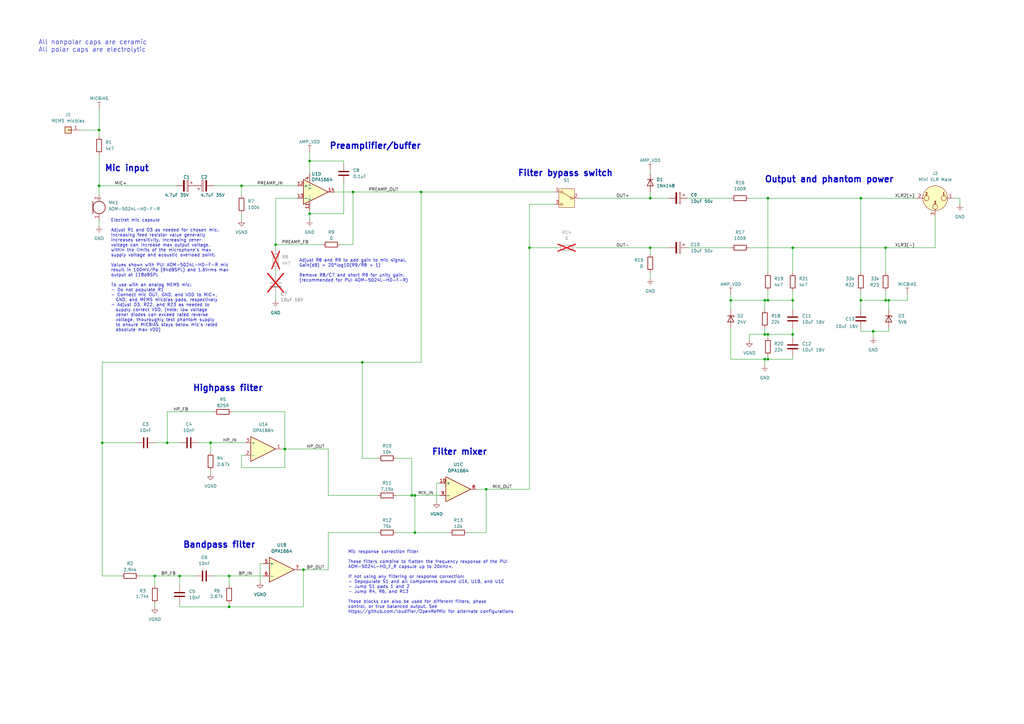
<source format=kicad_sch>
(kicad_sch (version 20250114) (generator "eeschema") (generator_version "9.0")
  (paper "A3")
  (title_block (title "OpenRefMic") (date "3 JAN 2026") (rev "2.0") (company "Loudifier - MIT license - https://github.com/loudifier/OpenRefMic"))
  (lib_symbols
    (symbol "Amplifier_Operational:TL074" (pin_names (offset 0.127))
      (property "Reference" "U" (at 0 5.08 0))
      (property "Value" "TL074" (at 0 -5.08 0))
      (symbol "TL074_1_1"
        (polyline (pts (xy -5.08 5.08) (xy 5.08 0) (xy -5.08 -5.08) (xy -5.08 5.08)) (stroke (width 0.254)) (fill (type background)))
        (pin input line (at -7.62 2.54 0) (length 2.54) (name "+") (number "3"))
        (pin input line (at -7.62 -2.54 0) (length 2.54) (name "-") (number "2"))
        (pin output line (at 7.62 0 180) (length 2.54) (name "~") (number "1"))
      )
      (symbol "TL074_2_1"
        (polyline (pts (xy -5.08 5.08) (xy 5.08 0) (xy -5.08 -5.08) (xy -5.08 5.08)) (stroke (width 0.254)) (fill (type background)))
        (pin input line (at -7.62 2.54 0) (length 2.54) (name "+") (number "5"))
        (pin input line (at -7.62 -2.54 0) (length 2.54) (name "-") (number "6"))
        (pin output line (at 7.62 0 180) (length 2.54) (name "~") (number "7"))
      )
      (symbol "TL074_3_1"
        (polyline (pts (xy -5.08 5.08) (xy 5.08 0) (xy -5.08 -5.08) (xy -5.08 5.08)) (stroke (width 0.254)) (fill (type background)))
        (pin input line (at -7.62 2.54 0) (length 2.54) (name "+") (number "10"))
        (pin input line (at -7.62 -2.54 0) (length 2.54) (name "-") (number "9"))
        (pin output line (at 7.62 0 180) (length 2.54) (name "~") (number "8"))
      )
      (symbol "TL074_4_1"
        (polyline (pts (xy -5.08 5.08) (xy 5.08 0) (xy -5.08 -5.08) (xy -5.08 5.08)) (stroke (width 0.254)) (fill (type background)))
        (pin input line (at -7.62 2.54 0) (length 2.54) (name "+") (number "12"))
        (pin input line (at -7.62 -2.54 0) (length 2.54) (name "-") (number "13"))
        (pin output line (at 7.62 0 180) (length 2.54) (name "~") (number "14"))
      )
      (symbol "TL074_5_1"
        (pin power_in line (at -2.54 7.62 270) (length 3.81) (name "V+") (number "4"))
        (pin power_in line (at -2.54 -7.62 90) (length 3.81) (name "V-") (number "11"))
      )
    )
    (symbol "Connector:XLR3" (pin_names (hide yes))
      (property "Reference" "J" (at 0 8.89 0))
      (property "Value" "XLR3" (at 0 6.35 0))
      (symbol "XLR3_0_1"
        (polyline (pts (xy -5.08 0) (xy -4.572 0)))
        (circle (center -3.556 0) (radius 1.016))
        (circle (center 0 0) (radius 5.08) (fill (type background)))
        (circle (center 0 -3.556) (radius 1.016))
        (polyline (pts (xy 0 -5.08) (xy 0 -4.572)))
        (circle (center 3.556 0) (radius 1.016))
        (polyline (pts (xy 5.08 0) (xy 4.572 0)))
        (text "1" (at -3.556 1.778 0) (effects (font (size 1.016 1.016) (bold yes))))
        (text "3" (at 0 -1.778 0) (effects (font (size 1.016 1.016) (bold yes))))
        (text "2" (at 3.556 1.778 0) (effects (font (size 1.016 1.016) (bold yes))))
        (pin passive line (at -7.62 0 0) (length 2.54) (name "~") (number "1"))
        (pin passive line (at 0 -7.62 90) (length 2.54) (name "~") (number "3"))
        (pin passive line (at 7.62 0 180) (length 2.54) (name "~") (number "2"))
      )
    )
    (symbol "Connector_Generic:Conn_01x01" (pin_names (offset 1.016) (hide yes))
      (property "Reference" "J" (at 0 2.54 0))
      (property "Value" "Conn_01x01" (at 0 -2.54 0))
      (symbol "Conn_01x01_1_1"
        (rectangle (start -1.27 1.27) (end 1.27 -1.27) (stroke (width 0.254)) (fill (type background)))
        (rectangle (start -1.27 0.127) (end 0 -0.127) (stroke (width 0.1524)))
        (pin passive line (at -5.08 0 0) (length 3.81) (name "Pin_1") (number "1"))
      )
    )
    (symbol "Device:C" (pin_numbers (hide yes)) (pin_names (offset 0.254))
      (property "Reference" "C" (at 0.635 2.54 0))
      (property "Value" "C" (at 0.635 -2.54 0))
      (symbol "C_0_1"
        (polyline (pts (xy -2.032 0.762) (xy 2.032 0.762)) (stroke (width 0.508)))
        (polyline (pts (xy -2.032 -0.762) (xy 2.032 -0.762)) (stroke (width 0.508)))
      )
      (symbol "C_1_1"
        (pin passive line (at 0 3.81 270) (length 2.794) (name "~") (number "1"))
        (pin passive line (at 0 -3.81 90) (length 2.794) (name "~") (number "2"))
      )
    )
    (symbol "Device:C_Polarized" (pin_numbers (hide yes)) (pin_names (offset 0.254))
      (property "Reference" "C" (at 0.635 2.54 0))
      (property "Value" "C_Polarized" (at 0.635 -2.54 0))
      (symbol "C_Polarized_0_1"
        (rectangle (start -2.286 0.508) (end 2.286 1.016))
        (polyline (pts (xy -1.778 2.286) (xy -0.762 2.286)))
        (polyline (pts (xy -1.27 2.794) (xy -1.27 1.778)))
        (rectangle (start 2.286 -0.508) (end -2.286 -1.016) (fill (type outline)))
      )
      (symbol "C_Polarized_1_1"
        (pin passive line (at 0 3.81 270) (length 2.794) (name "~") (number "1"))
        (pin passive line (at 0 -3.81 90) (length 2.794) (name "~") (number "2"))
      )
    )
    (symbol "Device:D" (pin_numbers (hide yes)) (pin_names (offset 1.016) (hide yes))
      (property "Reference" "D" (at 0 2.54 0))
      (property "Value" "D" (at 0 -2.54 0))
      (symbol "D_0_1"
        (polyline (pts (xy -1.27 1.27) (xy -1.27 -1.27)) (stroke (width 0.254)))
        (polyline (pts (xy 1.27 1.27) (xy 1.27 -1.27) (xy -1.27 0) (xy 1.27 1.27)) (stroke (width 0.254)))
        (polyline (pts (xy 1.27 0) (xy -1.27 0)))
      )
      (symbol "D_1_1"
        (pin passive line (at -3.81 0 0) (length 2.54) (name "K") (number "1"))
        (pin passive line (at 3.81 0 180) (length 2.54) (name "A") (number "2"))
      )
    )
    (symbol "Device:D_Zener" (pin_numbers (hide yes)) (pin_names (offset 1.016) (hide yes))
      (property "Reference" "D" (at 0 2.54 0))
      (property "Value" "D_Zener" (at 0 -2.54 0))
      (symbol "D_Zener_0_1"
        (polyline (pts (xy -1.27 -1.27) (xy -1.27 1.27) (xy -0.762 1.27)) (stroke (width 0.254)))
        (polyline (pts (xy 1.27 0) (xy -1.27 0)))
        (polyline (pts (xy 1.27 -1.27) (xy 1.27 1.27) (xy -1.27 0) (xy 1.27 -1.27)) (stroke (width 0.254)))
      )
      (symbol "D_Zener_1_1"
        (pin passive line (at -3.81 0 0) (length 2.54) (name "K") (number "1"))
        (pin passive line (at 3.81 0 180) (length 2.54) (name "A") (number "2"))
      )
    )
    (symbol "Device:Microphone" (pin_names (offset 0.0254) (hide yes))
      (property "Reference" "MK" (at -3.81 1.27 0))
      (property "Value" "Microphone" (at -3.81 -0.635 0))
      (symbol "Microphone_0_1"
        (polyline (pts (xy -2.54 2.54) (xy -2.54 -2.54)) (stroke (width 0.254)))
        (circle (center 0 0) (radius 2.54) (stroke (width 0.254)))
        (polyline (pts (xy 0.254 3.81) (xy 0.762 3.81)))
        (polyline (pts (xy 0.508 4.064) (xy 0.508 3.556)))
      )
      (symbol "Microphone_1_1"
        (pin passive line (at 0 5.08 270) (length 2.54) (name "+") (number "2"))
        (pin passive line (at 0 -5.08 90) (length 2.54) (name "-") (number "1"))
      )
    )
    (symbol "Device:R" (pin_numbers (hide yes)) (pin_names (offset 0))
      (property "Reference" "R" (at 2.032 0 90))
      (property "Value" "R" (at 0 0 90))
      (symbol "R_0_1"
        (rectangle (start -1.016 -2.54) (end 1.016 2.54) (stroke (width 0.254)))
      )
      (symbol "R_1_1"
        (pin passive line (at 0 3.81 270) (length 1.27) (name "~") (number "1"))
        (pin passive line (at 0 -3.81 90) (length 1.27) (name "~") (number "2"))
      )
    )
    (symbol "OpenRefMic:VDD" (power) (pin_numbers (hide yes)) (pin_names (offset 0) (hide yes))
      (property "Value" "VDD" (at 0 3.556 0))
      (symbol "VDD_0_1"
        (polyline (pts (xy -0.635 2.54) (xy 0 2.54)))
        (polyline (pts (xy 0 2.54) (xy 0.635 2.54)))
        (polyline (pts (xy 0 0) (xy 0 2.54)))
      )
      (symbol "VDD_1_1"
        (pin power_in line (at 0 0 90) (length 0) (name "~") (number "1"))
      )
    )
    (symbol "R_1" (pin_numbers (hide yes)) (pin_names (offset 0))
      (property "Reference" "R" (at 2.032 0 90))
      (property "Value" "R" (at 0 0 90))
      (symbol "R_1_0_1"
        (rectangle (start -1.016 -2.54) (end 1.016 2.54) (stroke (width 0.254)))
      )
      (symbol "R_1_1_1"
        (pin passive line (at 0 3.81 270) (length 1.27) (name "~") (number "1"))
        (pin passive line (at 0 -3.81 90) (length 1.27) (name "~") (number "2"))
      )
    )
    (symbol "R_2" (pin_numbers (hide yes)) (pin_names (offset 0))
      (property "Reference" "R" (at 2.032 0 90))
      (property "Value" "R" (at 0 0 90))
      (symbol "R_2_0_1"
        (rectangle (start -1.016 -2.54) (end 1.016 2.54) (stroke (width 0.254)))
      )
      (symbol "R_2_1_1"
        (pin passive line (at 0 3.81 270) (length 1.27) (name "~") (number "1"))
        (pin passive line (at 0 -3.81 90) (length 1.27) (name "~") (number "2"))
      )
    )
    (symbol "Switch:SW_SPDT" (pin_names (offset 0) (hide yes))
      (property "Reference" "SW" (at 0 5.08 0))
      (property "Value" "SW_SPDT" (at 0 -5.08 0))
      (symbol "SW_SPDT_0_1"
        (circle (center -2.032 0) (radius 0.4572))
        (polyline (pts (xy -1.651 0.254) (xy 1.651 2.286)))
        (circle (center 2.032 2.54) (radius 0.4572))
        (circle (center 2.032 -2.54) (radius 0.4572))
      )
      (symbol "SW_SPDT_1_1"
        (rectangle (start -3.175 3.81) (end 3.175 -3.81) (fill (type background)))
        (pin passive line (at -5.08 0 0) (length 2.54) (name "B") (number "2"))
        (pin passive line (at 5.08 2.54 180) (length 2.54) (name "A") (number "1"))
        (pin passive line (at 5.08 -2.54 180) (length 2.54) (name "C") (number "3"))
      )
    )
    (symbol "power:Earth" (power) (pin_numbers (hide yes)) (pin_names (offset 0) (hide yes))
      (property "Value" "Earth" (at 0 -3.81 0))
      (symbol "Earth_0_1"
        (polyline (pts (xy -0.635 -1.905) (xy 0.635 -1.905)))
        (polyline (pts (xy -0.127 -2.54) (xy 0.127 -2.54)))
        (polyline (pts (xy 0 -1.27) (xy 0 0)))
        (polyline (pts (xy 1.27 -1.27) (xy -1.27 -1.27)))
      )
      (symbol "Earth_1_1"
        (pin power_in line (at 0 0 270) (length 0) (name "~") (number "1"))
      )
    )
    (symbol "power:GND" (power) (pin_names (offset 0))
      (property "Value" "GND" (at 0 -3.81 0))
      (symbol "GND_0_1"
        (polyline (pts (xy 0 0) (xy 0 -1.27) (xy 1.27 -1.27) (xy 0 -2.54) (xy -1.27 -1.27) (xy 0 -1.27)))
      )
      (symbol "GND_1_1"
        (pin power_in line (at 0 0 270) (length 0) (hide yes) (name "GND") (number "1"))
      )
    )
  )
  (text "Bandpass filter" (at 89.916 223.52 0) (effects (font (size 2.54 2.54) (thickness 0.508) (bold yes))))
  (text "All nonpolar caps are ceramic\nAll polar caps are electrolytic" (at 15.748 21.59 0) (effects (font (size 1.905 1.905)) (justify left bottom)))
  (text "Highpass filter" (at 93.472 159.258 0) (effects (font (size 2.54 2.54) (thickness 0.508) (bold yes))))
  (text "Mic input" (at 52.07 69.088 0) (effects (font (size 2.54 2.54) (thickness 0.508) (bold yes))))
  (text "Mic response correction filter\n\nThese filters combine to flatten the frequency response of the PUI\nAOM-5024L-HD_F_R capsule up to 20kHz+.\n\nIf not using any filtering or response correction:\n- Depopulate ${/9538e4ed-27e6-4c37-b989-9859dc0d49e8/5f610e3d-6d12-430c-b922-2699dde64c64:REFERENCE} and all components around ${/9538e4ed-27e6-4c37-b989-9859dc0d49e8/b6755635-a29e-499f-87f5-7eb5ed143b34:REFERENCE}, ${/9538e4ed-27e6-4c37-b989-9859dc0d49e8/343d352d-80bf-4096-8dfd-563944c5531a:REFERENCE}, and ${/9538e4ed-27e6-4c37-b989-9859dc0d49e8/3250b077-f64f-47f1-a02d-850fedb37d42:REFERENCE}\n- Jump ${/9538e4ed-27e6-4c37-b989-9859dc0d49e8/5f610e3d-6d12-430c-b922-2699dde64c64:REFERENCE} pads 1 and 2\n- Jump ${/9538e4ed-27e6-4c37-b989-9859dc0d49e8/8505eea1-d476-44cb-a9b2-ed5f3534b63d:REFERENCE}, ${/9538e4ed-27e6-4c37-b989-9859dc0d49e8/096b684d-3ac3-4ca2-81c8-49c8f0de21f5:REFERENCE}, and ${/9538e4ed-27e6-4c37-b989-9859dc0d49e8/414dfd23-7a79-4908-a1b1-71ebfec38616:REFERENCE}\n\nThese blocks can also be used for different filters, phase\ncontrol, or true balanced output. See\nhttps://github.com/loudifier/OpenRefMic for alternate configurations" (at 142.748 251.714 0) (effects (font (size 1.27 1.27)) (justify left bottom)))
  (text "Preamplifier/buffer" (at 153.924 59.944 0) (effects (font (size 2.54 2.54) (thickness 0.508) (bold yes))))
  (text "Adjust ${/9538e4ed-27e6-4c37-b989-9859dc0d49e8/b3fd72eb-3c48-4dba-b4ba-166366a55091:REFERENCE} and ${/9538e4ed-27e6-4c37-b989-9859dc0d49e8/bf293fc3-0f93-4cc4-ba29-ea566fa56ab7:REFERENCE} to add gain to mic signal.\nGain(dB) = 20*log10(${/9538e4ed-27e6-4c37-b989-9859dc0d49e8/bf293fc3-0f93-4cc4-ba29-ea566fa56ab7:REFERENCE}/${/9538e4ed-27e6-4c37-b989-9859dc0d49e8/b3fd72eb-3c48-4dba-b4ba-166366a55091:REFERENCE} + 1)\n\nRemove ${/9538e4ed-27e6-4c37-b989-9859dc0d49e8/b3fd72eb-3c48-4dba-b4ba-166366a55091:REFERENCE}/${/9538e4ed-27e6-4c37-b989-9859dc0d49e8/2d534433-3ca7-448a-9c23-bfc69158652c:REFERENCE} and short ${/9538e4ed-27e6-4c37-b989-9859dc0d49e8/bf293fc3-0f93-4cc4-ba29-ea566fa56ab7:REFERENCE} for unity gain.\n(recommended for PUI AOM-5024L-HD-F-R)" (at 122.682 115.824 0) (effects (font (size 1.27 1.27)) (justify left bottom)))
  (text "Output and phantom power" (at 340.106 73.66 0) (effects (font (size 2.54 2.54) (thickness 0.508) (bold yes))))
  (text "Electret mic capsule\n\nAdjust ${/9538e4ed-27e6-4c37-b989-9859dc0d49e8/e271bef5-15e4-40c9-876c-89aee48ff184:REFERENCE} and ${/9538e4ed-27e6-4c37-b989-9859dc0d49e8/d3f055ef-f3d2-49ea-a4d1-c26857ed3592:REFERENCE} as needed for chosen mic.\nIncreasing feed resistor value generally\nincreases sensitivity. Increasing zener\nvoltage can increase max output voltage,\nwithin the limits of the microphone's max\nsupply voltage and acoustic overload point.\n\nValues shown with PUI AOM-5024L-HD-F-R mic\nresult in 100mV/Pa (94dBSPL) and 1.6Vrms max\noutput at 118dBSPL\n\nTo use with an analog MEMS mic:\n- Do not populate ${/9538e4ed-27e6-4c37-b989-9859dc0d49e8/e271bef5-15e4-40c9-876c-89aee48ff184:REFERENCE}\n- Connect mic OUT, GND, and VDD to MIC+,\n  GND, and MEMS micbias pads, respectively\n- Adjust ${/9538e4ed-27e6-4c37-b989-9859dc0d49e8/d3f055ef-f3d2-49ea-a4d1-c26857ed3592:REFERENCE}, ${/9538e4ed-27e6-4c37-b989-9859dc0d49e8/46f52cf3-e404-4c35-9b0f-ec303072ef8f:REFERENCE}, and ${/9538e4ed-27e6-4c37-b989-9859dc0d49e8/b1732192-b494-4a36-addb-26723b91fd64:REFERENCE} as needed to\n  supply correct VDD. (note: low voltage\n  zener diodes can exceed rated reverse\n  voltage, thouroughly test phantom supply\n  to ensure MICBIAS stays below mic's rated\n  absolute max VDD)" (at 45.466 136.144 0) (effects (font (size 1.27 1.27)) (justify left bottom)))
  (text "Filter bypass switch" (at 231.902 71.12 0) (effects (font (size 2.54 2.54) (thickness 0.508) (bold yes))))
  (text "Filter mixer" (at 188.468 185.42 0) (effects (font (size 2.54 2.54) (thickness 0.508) (bold yes))))
  (junction (at 63.5 236.22))
  (junction (at 68.58 181.61))
  (junction (at 168.91 203.2))
  (junction (at 86.36 181.61))
  (junction (at 314.96 147.32))
  (junction (at 325.12 101.6))
  (junction (at 116.84 184.15))
  (junction (at 99.06 76.2))
  (junction (at 313.69 147.32))
  (junction (at 325.12 123.19))
  (junction (at 199.39 200.66))
  (junction (at 148.59 148.59))
  (junction (at 127 66.04))
  (junction (at 266.7 81.28))
  (junction (at 363.22 101.6))
  (junction (at 93.98 248.92))
  (junction (at 314.96 123.19))
  (junction (at 364.49 123.19))
  (junction (at 314.96 81.28))
  (junction (at 313.69 137.16))
  (junction (at 127 87.63))
  (junction (at 170.18 203.2))
  (junction (at 73.66 236.22))
  (junction (at 113.03 100.33))
  (junction (at 170.18 218.44))
  (junction (at 353.06 81.28))
  (junction (at 358.14 135.89))
  (junction (at 314.96 137.16))
  (junction (at 40.64 53.34))
  (junction (at 325.12 137.16))
  (junction (at 124.46 233.68))
  (junction (at 217.17 101.6))
  (junction (at 144.78 78.74))
  (junction (at 299.72 123.19))
  (junction (at 41.91 181.61))
  (junction (at 266.7 101.6))
  (junction (at 363.22 123.19))
  (junction (at 93.98 236.22))
  (junction (at 172.72 78.74))
  (junction (at 313.69 123.19))
  (junction (at 40.64 76.2))
  (junction (at 353.06 123.19))
  (wire (pts (xy 314.96 147.32) (xy 314.96 146.05)))
  (wire (pts (xy 68.58 168.91) (xy 68.58 181.61)))
  (wire (pts (xy 363.22 101.6) (xy 383.54 101.6)))
  (wire (pts (xy 40.64 76.2) (xy 72.39 76.2)))
  (wire (pts (xy 115.57 184.15) (xy 116.84 184.15)))
  (wire (pts (xy 266.7 101.6) (xy 266.7 104.14)))
  (wire (pts (xy 325.12 101.6) (xy 363.22 101.6)))
  (wire (pts (xy 237.49 81.28) (xy 266.7 81.28)))
  (wire (pts (xy 325.12 123.19) (xy 325.12 127)))
  (wire (pts (xy 113.03 110.49) (xy 113.03 113.03)))
  (wire (pts (xy 127 66.04) (xy 140.97 66.04)))
  (wire (pts (xy 364.49 123.19) (xy 364.49 127)))
  (wire (pts (xy 73.66 248.92) (xy 93.98 248.92)))
  (wire (pts (xy 87.63 168.91) (xy 68.58 168.91)))
  (wire (pts (xy 313.69 123.19) (xy 313.69 127)))
  (wire (pts (xy 148.59 187.96) (xy 154.94 187.96)))
  (wire (pts (xy 180.34 198.12) (xy 179.07 198.12)))
  (wire (pts (xy 364.49 123.19) (xy 363.22 123.19)))
  (wire (pts (xy 172.72 78.74) (xy 227.33 78.74)))
  (wire (pts (xy 73.66 236.22) (xy 73.66 240.03)))
  (wire (pts (xy 313.69 147.32) (xy 314.96 147.32)))
  (wire (pts (xy 99.06 191.77) (xy 99.06 186.69)))
  (wire (pts (xy 314.96 137.16) (xy 314.96 138.43)))
  (wire (pts (xy 353.06 111.76) (xy 353.06 81.28)))
  (wire (pts (xy 266.7 81.28) (xy 274.32 81.28)))
  (wire (pts (xy 363.22 123.19) (xy 353.06 123.19)))
  (wire (pts (xy 199.39 200.66) (xy 195.58 200.66)))
  (wire (pts (xy 281.94 81.28) (xy 299.72 81.28)))
  (wire (pts (xy 353.06 134.62) (xy 353.06 135.89)))
  (wire (pts (xy 140.97 66.04) (xy 140.97 67.31)))
  (wire (pts (xy 41.91 148.59) (xy 41.91 181.61)))
  (wire (pts (xy 124.46 248.92) (xy 93.98 248.92)))
  (wire (pts (xy 266.7 101.6) (xy 274.32 101.6)))
  (wire (pts (xy 170.18 218.44) (xy 184.15 218.44)))
  (wire (pts (xy 281.94 101.6) (xy 299.72 101.6)))
  (wire (pts (xy 313.69 147.32) (xy 313.69 149.86)))
  (wire (pts (xy 116.84 184.15) (xy 116.84 168.91)))
  (wire (pts (xy 99.06 80.01) (xy 99.06 76.2)))
  (wire (pts (xy 325.12 137.16) (xy 325.12 138.43)))
  (wire (pts (xy 113.03 81.28) (xy 113.03 100.33)))
  (wire (pts (xy 170.18 203.2) (xy 180.34 203.2)))
  (wire (pts (xy 40.64 63.5) (xy 40.64 76.2)))
  (wire (pts (xy 107.95 231.14) (xy 106.68 231.14)))
  (wire (pts (xy 363.22 101.6) (xy 363.22 111.76)))
  (wire (pts (xy 325.12 119.38) (xy 325.12 123.19)))
  (wire (pts (xy 236.22 101.6) (xy 266.7 101.6)))
  (wire (pts (xy 63.5 236.22) (xy 73.66 236.22)))
  (wire (pts (xy 148.59 148.59) (xy 148.59 187.96)))
  (wire (pts (xy 325.12 134.62) (xy 325.12 137.16)))
  (wire (pts (xy 86.36 181.61) (xy 100.33 181.61)))
  (wire (pts (xy 314.96 147.32) (xy 325.12 147.32)))
  (wire (pts (xy 40.64 53.34) (xy 40.64 55.88)))
  (wire (pts (xy 313.69 137.16) (xy 314.96 137.16)))
  (wire (pts (xy 140.97 87.63) (xy 127 87.63)))
  (wire (pts (xy 148.59 148.59) (xy 172.72 148.59)))
  (wire (pts (xy 217.17 101.6) (xy 228.6 101.6)))
  (wire (pts (xy 116.84 184.15) (xy 116.84 191.77)))
  (wire (pts (xy 266.7 69.85) (xy 266.7 71.12)))
  (wire (pts (xy 168.91 203.2) (xy 170.18 203.2)))
  (wire (pts (xy 63.5 248.92) (xy 63.5 247.65)))
  (wire (pts (xy 57.15 236.22) (xy 63.5 236.22)))
  (wire (pts (xy 383.54 88.9) (xy 383.54 101.6)))
  (wire (pts (xy 134.62 203.2) (xy 134.62 184.15)))
  (wire (pts (xy 217.17 101.6) (xy 217.17 200.66)))
  (wire (pts (xy 353.06 123.19) (xy 353.06 127)))
  (wire (pts (xy 168.91 187.96) (xy 168.91 203.2)))
  (wire (pts (xy 113.03 100.33) (xy 132.08 100.33)))
  (wire (pts (xy 40.64 90.17) (xy 40.64 92.71)))
  (wire (pts (xy 87.63 76.2) (xy 99.06 76.2)))
  (wire (pts (xy 393.7 83.82) (xy 393.7 81.28)))
  (wire (pts (xy 99.06 76.2) (xy 121.92 76.2)))
  (wire (pts (xy 33.02 53.34) (xy 40.64 53.34)))
  (wire (pts (xy 116.84 191.77) (xy 99.06 191.77)))
  (wire (pts (xy 123.19 233.68) (xy 124.46 233.68)))
  (wire (pts (xy 179.07 198.12) (xy 179.07 205.74)))
  (wire (pts (xy 325.12 101.6) (xy 325.12 111.76)))
  (wire (pts (xy 353.06 119.38) (xy 353.06 123.19)))
  (wire (pts (xy 40.64 44.45) (xy 40.64 53.34)))
  (wire (pts (xy 134.62 184.15) (xy 116.84 184.15)))
  (wire (pts (xy 99.06 186.69) (xy 100.33 186.69)))
  (wire (pts (xy 313.69 134.62) (xy 313.69 137.16)))
  (wire (pts (xy 307.34 101.6) (xy 325.12 101.6)))
  (wire (pts (xy 41.91 236.22) (xy 41.91 181.61)))
  (wire (pts (xy 266.7 78.74) (xy 266.7 81.28)))
  (wire (pts (xy 299.72 120.65) (xy 299.72 123.19)))
  (wire (pts (xy 325.12 147.32) (xy 325.12 146.05)))
  (wire (pts (xy 314.96 81.28) (xy 353.06 81.28)))
  (wire (pts (xy 116.84 168.91) (xy 95.25 168.91)))
  (wire (pts (xy 87.63 236.22) (xy 93.98 236.22)))
  (wire (pts (xy 134.62 233.68) (xy 124.46 233.68)))
  (wire (pts (xy 170.18 218.44) (xy 170.18 203.2)))
  (wire (pts (xy 106.68 231.14) (xy 106.68 238.76)))
  (wire (pts (xy 307.34 137.16) (xy 313.69 137.16)))
  (wire (pts (xy 124.46 233.68) (xy 124.46 248.92)))
  (wire (pts (xy 73.66 236.22) (xy 80.01 236.22)))
  (wire (pts (xy 40.64 76.2) (xy 40.64 80.01)))
  (wire (pts (xy 217.17 83.82) (xy 217.17 101.6)))
  (wire (pts (xy 363.22 119.38) (xy 363.22 123.19)))
  (wire (pts (xy 364.49 134.62) (xy 364.49 135.89)))
  (wire (pts (xy 81.28 181.61) (xy 86.36 181.61)))
  (wire (pts (xy 127 86.36) (xy 127 87.63)))
  (wire (pts (xy 113.03 120.65) (xy 113.03 123.19)))
  (wire (pts (xy 127 62.23) (xy 127 66.04)))
  (wire (pts (xy 127 71.12) (xy 127 66.04)))
  (wire (pts (xy 358.14 135.89) (xy 358.14 138.43)))
  (wire (pts (xy 86.36 181.61) (xy 86.36 185.42)))
  (wire (pts (xy 93.98 236.22) (xy 93.98 240.03)))
  (wire (pts (xy 299.72 134.62) (xy 299.72 147.32)))
  (wire (pts (xy 172.72 78.74) (xy 172.72 148.59)))
  (wire (pts (xy 162.56 187.96) (xy 168.91 187.96)))
  (wire (pts (xy 299.72 147.32) (xy 313.69 147.32)))
  (wire (pts (xy 49.53 236.22) (xy 41.91 236.22)))
  (wire (pts (xy 63.5 181.61) (xy 68.58 181.61)))
  (wire (pts (xy 121.92 81.28) (xy 113.03 81.28)))
  (wire (pts (xy 154.94 203.2) (xy 134.62 203.2)))
  (wire (pts (xy 314.96 123.19) (xy 325.12 123.19)))
  (wire (pts (xy 364.49 123.19) (xy 372.11 123.19)))
  (wire (pts (xy 372.11 120.65) (xy 372.11 123.19)))
  (wire (pts (xy 144.78 100.33) (xy 144.78 78.74)))
  (wire (pts (xy 307.34 81.28) (xy 314.96 81.28)))
  (wire (pts (xy 199.39 200.66) (xy 217.17 200.66)))
  (wire (pts (xy 113.03 100.33) (xy 113.03 102.87)))
  (wire (pts (xy 353.06 81.28) (xy 375.92 81.28)))
  (wire (pts (xy 41.91 148.59) (xy 148.59 148.59)))
  (wire (pts (xy 139.7 100.33) (xy 144.78 100.33)))
  (wire (pts (xy 73.66 247.65) (xy 73.66 248.92)))
  (wire (pts (xy 144.78 78.74) (xy 172.72 78.74)))
  (wire (pts (xy 127 87.63) (xy 127 90.17)))
  (wire (pts (xy 191.77 218.44) (xy 199.39 218.44)))
  (wire (pts (xy 154.94 218.44) (xy 134.62 218.44)))
  (wire (pts (xy 162.56 218.44) (xy 170.18 218.44)))
  (wire (pts (xy 314.96 111.76) (xy 314.96 81.28)))
  (wire (pts (xy 313.69 123.19) (xy 314.96 123.19)))
  (wire (pts (xy 140.97 74.93) (xy 140.97 87.63)))
  (wire (pts (xy 299.72 127) (xy 299.72 123.19)))
  (wire (pts (xy 307.34 139.7) (xy 307.34 137.16)))
  (wire (pts (xy 68.58 181.61) (xy 73.66 181.61)))
  (wire (pts (xy 93.98 236.22) (xy 107.95 236.22)))
  (wire (pts (xy 41.91 181.61) (xy 55.88 181.61)))
  (wire (pts (xy 217.17 83.82) (xy 227.33 83.82)))
  (wire (pts (xy 393.7 81.28) (xy 391.16 81.28)))
  (wire (pts (xy 137.16 78.74) (xy 144.78 78.74)))
  (wire (pts (xy 299.72 123.19) (xy 313.69 123.19)))
  (wire (pts (xy 199.39 218.44) (xy 199.39 200.66)))
  (wire (pts (xy 99.06 90.17) (xy 99.06 87.63)))
  (wire (pts (xy 93.98 247.65) (xy 93.98 248.92)))
  (wire (pts (xy 314.96 137.16) (xy 325.12 137.16)))
  (wire (pts (xy 162.56 203.2) (xy 168.91 203.2)))
  (wire (pts (xy 266.7 114.3) (xy 266.7 111.76)))
  (wire (pts (xy 353.06 135.89) (xy 358.14 135.89)))
  (wire (pts (xy 314.96 119.38) (xy 314.96 123.19)))
  (wire (pts (xy 86.36 194.31) (xy 86.36 193.04)))
  (wire (pts (xy 134.62 218.44) (xy 134.62 233.68)))
  (wire (pts (xy 358.14 135.89) (xy 364.49 135.89)))
  (wire (pts (xy 63.5 240.03) (xy 63.5 236.22)))
  (label "PREAMP_FB" (at 115.57 100.33 0))
  (label "XLR3(-)" (at 367.03 101.6 0))
  (label "HP_IN" (at 91.44 181.61 0))
  (label "OUT-" (at 252.73 101.6 0))
  (label "MIX_IN" (at 171.45 203.2 0))
  (label "BP_IN" (at 97.79 236.22 0))
  (label "BP_OUT" (at 125.73 233.68 0))
  (label "MIX_OUT" (at 201.93 200.66 0))
  (label "PREAMP_OUT" (at 151.13 78.74 0))
  (label "PREAMP_IN" (at 105.41 76.2 0))
  (label "XLR2(+)" (at 367.03 81.28 0))
  (label "MIC+" (at 46.99 76.2 0))
  (label "HP_FB" (at 71.12 168.91 0))
  (label "BP_FB" (at 66.04 236.22 0))
  (label "OUT+" (at 252.73 81.28 0))
  (label "HP_OUT" (at 125.73 184.15 0))
  (symbol (lib_id "Device:R") (at 232.41 101.6 90) (unit 1) (in_bom no) (dnp yes)
    (property "Reference" "R14" (at 232.41 95.25 90))
    (property "Value" "0" (at 232.41 97.79 90))
    (property "Footprint" "Resistor_SMD:R_0402_1005Metric" (effects (hide yes)))
    (property "LCSC_Part_Number" "YAGEO RC0402JR-070RL" (effects (hide yes)))
    (property "DigiKey_Part_Number" "RC0402JR-070RL" (effects (hide yes)))
  )
  (symbol (lib_id "Device:R") (at 63.5 243.84 0) (unit 1)
    (property "Reference" "R3" (at 57.15 242.316 0) (effects (justify left)))
    (property "Value" "1.74k" (at 55.626 244.602 0) (effects (justify left)))
    (property "Footprint" "Resistor_SMD:R_0402_1005Metric" (effects (hide yes)))
    (property "LCSC_Part_Number" "YAGEO RC0402FR-071K74L" (effects (hide yes)))
    (property "DigiKey_Part_Number" "RC0402FR-071K74L" (effects (hide yes)))
  )
  (symbol (lib_id "Device:R") (at 303.53 81.28 90) (unit 1)
    (property "Reference" "R16" (at 303.53 74.93 90))
    (property "Value" "100R" (at 303.53 77.47 90))
    (property "Footprint" "Resistor_SMD:R_0402_1005Metric" (effects (hide yes)))
    (property "LCSC_Part_Number" "YAGEO RC0402FR-07100RL" (effects (hide yes)))
    (property "DigiKey_Part_Number" "RC0402FR-07100RL" (effects (hide yes)))
  )
  (symbol (lib_id "Device:R") (at 93.98 243.84 0) (unit 1)
    (property "Reference" "R6" (at 87.63 242.316 0) (effects (justify left)))
    (property "Value" "2.67k" (at 86.106 244.602 0) (effects (justify left)))
    (property "Footprint" "Resistor_SMD:R_0402_1005Metric" (effects (hide yes)))
    (property "LCSC_Part_Number" "YAGEO RC0402FR-072K67L" (effects (hide yes)))
    (property "DigiKey_Part_Number" "RC0402FR-072K67L" (effects (hide yes)))
  )
  (symbol (lib_id "OpenRefMic:VDD") (at 372.11 120.65 0) (unit 1)
    (property "Reference" "#PWR017" (effects (hide yes)))
    (property "Value" "MICBIAS" (at 372.11 116.586 0))
    (property "Description" "Power symbol creates a global label with name \"VDD\"" (effects (hide yes)))
  )
  (symbol (lib_id "Device:D_Zener") (at 299.72 130.81 270) (unit 1)
    (property "Reference" "D2" (at 302.26 129.54 90) (effects (justify left)))
    (property "Value" "24V" (at 302.26 132.08 90) (effects (justify left)))
    (property "Footprint" "Diode_SMD:D_SOD-523" (effects (hide yes)))
    (property "Description" "Zener diode" (effects (hide yes)))
    (property "LCSC_Part_Number" "Diodes Incorporated BZT585B24T-7" (effects (hide yes)))
    (property "DigiKey_Part_Number" "BZT585B24T-7" (effects (hide yes)))
  )
  (symbol (lib_id "Amplifier_Operational:TL074") (at 129.54 78.74 0) (unit 5)
    (property "Reference" "U1" (effects (hide yes)))
    (property "Value" "OPA1664" (effects (hide yes)))
    (property "Footprint" "Package_SO:SO-14_3.9x8.65mm_P1.27mm" (effects (hide yes)))
    (property "Description" "Quad Low-Noise Operational Amplifier, SOIC-14" (effects (hide yes)))
    (property "LCSC_Part_Number" "TI OPA1664AID" (effects (hide yes)))
    (property "DigiKey_Part_Number" "OPA1664AIDR" (effects (hide yes)))
  )
  (symbol (lib_id "OpenRefMic:VDD") (at 266.7 69.85 0) (unit 1)
    (property "Reference" "#PWR011" (effects (hide yes)))
    (property "Value" "AMP_VDD" (at 266.7 65.786 0))
    (property "Description" "Power symbol creates a global label with name \"VDD\"" (effects (hide yes)))
  )
  (symbol (lib_id "Device:R") (at 91.44 168.91 90) (unit 1)
    (property "Reference" "R5" (at 91.44 163.83 90))
    (property "Value" "825R" (at 91.44 166.37 90))
    (property "Footprint" "Resistor_SMD:R_0402_1005Metric" (effects (hide yes)))
    (property "LCSC_Part_Number" "YAGEO RC0402FR-07825RL" (effects (hide yes)))
    (property "DigiKey_Part_Number" "RC0402FR-07825RL" (effects (hide yes)))
  )
  (symbol (lib_id "Device:C") (at 83.82 236.22 90) (unit 1)
    (property "Reference" "C6" (at 83.82 228.6 90))
    (property "Value" "10nF" (at 83.82 231.14 90))
    (property "Footprint" "Capacitor_SMD:C_0402_1005Metric" (effects (hide yes)))
    (property "LCSC_Part_Number" "YAGEO CC0402KRX7R9BB103" (effects (hide yes)))
    (property "DigiKey_Part_Number" "CC0402KRX7R9BB103" (effects (hide yes)))
  )
  (symbol (lib_id "power:Earth") (at 266.7 114.3 0) (unit 1)
    (property "Reference" "#PWR012" (effects (hide yes)))
    (property "Value" "GND" (at 266.7 119.38 0))
    (property "Description" "Power symbol creates a global label with name \"Earth\"" (effects (hide yes)))
  )
  (symbol (lib_id "power:Earth") (at 313.69 149.86 0) (unit 1)
    (property "Reference" "#PWR015" (effects (hide yes)))
    (property "Value" "GND" (at 313.69 154.94 0))
    (property "Description" "Power symbol creates a global label with name \"Earth\"" (effects (hide yes)))
  )
  (symbol (lib_id "Device:R") (at 53.34 236.22 90) (unit 1)
    (property "Reference" "R2" (at 53.34 231.14 90))
    (property "Value" "2.94k" (at 53.34 233.68 90))
    (property "Footprint" "Resistor_SMD:R_0402_1005Metric" (effects (hide yes)))
    (property "LCSC_Part_Number" "YAGEO RC0402FR-072K94L" (effects (hide yes)))
    (property "DigiKey_Part_Number" "RC0402FR-072K94L" (effects (hide yes)))
  )
  (symbol (lib_id "OpenRefMic:VDD") (at 40.64 44.45 0) (unit 1)
    (property "Reference" "#PWR01" (effects (hide yes)))
    (property "Value" "MICBIAS" (at 40.64 40.386 0))
    (property "Description" "Power symbol creates a global label with name \"VDD\"" (effects (hide yes)))
  )
  (symbol (lib_id "power:GND") (at 307.34 139.7 0) (unit 1)
    (property "Reference" "#PWR014" (effects (hide yes)))
    (property "Value" "VGND" (at 307.34 144.78 0))
  )
  (symbol (lib_id "Device:C_Polarized") (at 113.03 116.84 0) (unit 1) (dnp yes)
    (property "Reference" "C7" (at 115.062 120.65 0) (effects (justify left)))
    (property "Value" "10uF 16V" (at 115.062 122.936 0) (effects (justify left)))
    (property "Footprint" "Capacitor_SMD:CP_Elec_4x4.5" (effects (hide yes)))
    (property "DigiKey_Part_Number" "UZG1C100MCL1GB" (effects (hide yes)))
    (property "LCSC_Part_Number" "Lelon VSS100M1CTR-0404" (effects (hide yes)))
  )
  (symbol (lib_id "Device:R") (at 158.75 218.44 90) (unit 1)
    (property "Reference" "R12" (at 158.75 213.36 90))
    (property "Value" "75k" (at 158.75 215.9 90))
    (property "Footprint" "Resistor_SMD:R_0402_1005Metric" (effects (hide yes)))
    (property "LCSC_Part_Number" "YAGEO RC0402FR-1375KL" (effects (hide yes)))
    (property "DigiKey_Part_Number" "RC0402FR-1375KL" (effects (hide yes)))
  )
  (symbol (lib_id "Amplifier_Operational:TL074") (at 187.96 200.66 0) (unit 3)
    (property "Reference" "U1" (at 187.96 190.5 0))
    (property "Value" "OPA1664" (at 187.96 193.04 0))
    (property "Footprint" "Package_SO:SO-14_3.9x8.65mm_P1.27mm" (effects (hide yes)))
    (property "Description" "Quad Low-Noise Operational Amplifier, SOIC-14" (effects (hide yes)))
    (property "LCSC_Part_Number" "TI OPA1664AID" (effects (hide yes)))
    (property "DigiKey_Part_Number" "OPA1664AIDR" (effects (hide yes)))
  )
  (symbol (lib_id "Amplifier_Operational:TL074") (at 115.57 233.68 0) (unit 2)
    (property "Reference" "U1" (at 115.57 223.52 0))
    (property "Value" "OPA1664" (at 115.57 226.06 0))
    (property "Footprint" "Package_SO:SO-14_3.9x8.65mm_P1.27mm" (effects (hide yes)))
    (property "Description" "Quad Low-Noise Operational Amplifier, SOIC-14" (effects (hide yes)))
    (property "LCSC_Part_Number" "TI OPA1664AID" (effects (hide yes)))
    (property "DigiKey_Part_Number" "OPA1664AIDR" (effects (hide yes)))
  )
  (symbol (lib_id "Device:C") (at 325.12 130.81 0) (unit 1)
    (property "Reference" "C11" (at 328.93 129.5399 0) (effects (justify left)))
    (property "Value" "10uF 16V" (at 328.93 132.0799 0) (effects (justify left)))
    (property "Footprint" "Capacitor_SMD:C_1206_3216Metric" (effects (hide yes)))
    (property "DigiKey_Part_Number" "CL31B106KOHNNNE" (effects (hide yes)))
    (property "LCSC_Part_Number" "Samsung Electro-Mechanics CL31B106KOHNNNE" (effects (hide yes)))
    (property "Size" "1206" (effects (hide yes)))
  )
  (symbol (lib_name "R_1") (lib_id "Device:R") (at 314.96 142.24 0) (unit 1)
    (property "Reference" "R20" (at 317.5 140.9699 0) (effects (justify left)))
    (property "Value" "22k" (at 317.5 143.5099 0) (effects (justify left)))
    (property "Footprint" "Resistor_SMD:R_0402_1005Metric" (effects (hide yes)))
    (property "LCSC_Part_Number" "YAGEO RC0402FR-0722KL" (effects (hide yes)))
    (property "DigiKey_Part_Number" "RC0402FR-0722KL" (effects (hide yes)))
  )
  (symbol (lib_id "Device:R") (at 187.96 218.44 90) (unit 1)
    (property "Reference" "R13" (at 187.96 213.36 90))
    (property "Value" "10k" (at 187.96 215.9 90))
    (property "Footprint" "Resistor_SMD:R_0402_1005Metric" (effects (hide yes)))
    (property "LCSC_Part_Number" "YAGEO RC0402FR-0710KL" (effects (hide yes)))
    (property "DigiKey_Part_Number" "RC0402FR-0710KL" (effects (hide yes)))
  )
  (symbol (lib_id "power:Earth") (at 358.14 138.43 0) (unit 1)
    (property "Reference" "#PWR016" (effects (hide yes)))
    (property "Value" "GND" (at 358.14 143.51 0))
    (property "Description" "Power symbol creates a global label with name \"Earth\"" (effects (hide yes)))
  )
  (symbol (lib_id "Device:R") (at 353.06 115.57 180) (unit 1)
    (property "Reference" "R22" (at 350.52 116.8401 0) (effects (justify left)))
    (property "Value" "33k" (at 350.52 114.3001 0) (effects (justify left)))
    (property "Footprint" "Resistor_SMD:R_0402_1005Metric" (effects (hide yes)))
    (property "LCSC_Part_Number" "YAGEO RC0402FR-0733KL" (effects (hide yes)))
    (property "DigiKey_Part_Number" "RC0402FR-0733KL" (effects (hide yes)))
  )
  (symbol (lib_id "Device:C") (at 353.06 130.81 0) (unit 1)
    (property "Reference" "C13" (at 346.71 130.81 0) (effects (justify left)))
    (property "Value" "10uF 16V" (at 342.646 133.858 0) (effects (justify left)))
    (property "Footprint" "Capacitor_SMD:C_1206_3216Metric" (effects (hide yes)))
    (property "DigiKey_Part_Number" "CL31B106KOHNNNE" (effects (hide yes)))
    (property "LCSC_Part_Number" "Samsung Electro-Mechanics CL31B106KOHNNNE" (effects (hide yes)))
  )
  (symbol (lib_id "Connector_Generic:Conn_01x01") (at 27.94 53.34 180) (unit 1) (in_bom no)
    (property "Reference" "J1" (at 27.94 46.99 0))
    (property "Value" "MEMS micbias" (at 27.94 49.53 0))
    (property "Footprint" "Connector_PinHeader_2.54mm:PinHeader_1x01_P2.54mm_Vertical" (effects (hide yes)))
  )
  (symbol (lib_id "Device:Microphone") (at 40.64 85.09 0) (unit 1)
    (property "Reference" "MK1" (at 44.45 83.1214 0) (effects (justify left)))
    (property "Value" "AOM-5024L-HD-F-R" (at 44.45 85.6614 0) (effects (justify left)))
    (property "Footprint" "Connector_PinSocket_2.54mm:PinSocket_1x02_P2.54mm_Horizontal" (effects (hide yes)))
    (property "LCSC_Part_Number" "PUI Audio, Inc. AOM-5024L-HD-F-R (not normally stocked)" (effects (hide yes)))
    (property "DigiKey_Part_Number" "AOM-5024L-HD-F-R" (effects (hide yes)))
  )
  (symbol (lib_id "Device:C") (at 73.66 243.84 180) (unit 1)
    (property "Reference" "C5" (at 77.47 242.5699 0) (effects (justify right)))
    (property "Value" "10nF" (at 77.47 245.1099 0) (effects (justify right)))
    (property "Footprint" "Capacitor_SMD:C_0402_1005Metric" (effects (hide yes)))
    (property "LCSC_Part_Number" "YAGEO CC0402KRX7R9BB103" (effects (hide yes)))
    (property "DigiKey_Part_Number" "CC0402KRX7R9BB103" (effects (hide yes)))
  )
  (symbol (lib_id "Switch:SW_SPDT") (at 232.41 81.28 0) (mirror y) (unit 1)
    (property "Reference" "S1" (at 232.41 73.914 0))
    (property "Value" "CL-SB-12B-01T" (effects (hide yes)))
    (property "Footprint" "OpenRefMic:CL-SB-12B-01_NDC" (effects (hide yes)))
    (property "Description" "Switch, single pole double throw" (effects (hide yes)))
    (property "DigiKey_Part_Number" "CL-SB-12B-01T" (effects (hide yes)))
    (property "LCSC_Part_Number" "Nidec CL-SB-12B-01T" (effects (hide yes)))
  )
  (symbol (lib_id "power:GND") (at 86.36 194.31 0) (unit 1)
    (property "Reference" "#PWR04" (effects (hide yes)))
    (property "Value" "VGND" (at 86.36 199.39 0))
  )
  (symbol (lib_name "R_2") (lib_id "Device:R") (at 313.69 130.81 0) (unit 1)
    (property "Reference" "R18" (at 316.23 129.5399 0) (effects (justify left)))
    (property "Value" "22k" (at 316.23 132.0799 0) (effects (justify left)))
    (property "Footprint" "Resistor_SMD:R_0402_1005Metric" (effects (hide yes)))
    (property "LCSC_Part_Number" "YAGEO RC0402FR-0722KL" (effects (hide yes)))
    (property "DigiKey_Part_Number" "RC0402FR-0722KL" (effects (hide yes)))
  )
  (symbol (lib_id "power:GND") (at 63.5 248.92 0) (unit 1)
    (property "Reference" "#PWR03" (effects (hide yes)))
    (property "Value" "VGND" (at 63.5 254 0))
  )
  (symbol (lib_id "Device:R") (at 325.12 115.57 0) (unit 1)
    (property "Reference" "R21" (at 327.66 114.2999 0) (effects (justify left)))
    (property "Value" "4k7" (at 327.66 116.8399 0) (effects (justify left)))
    (property "Footprint" "Resistor_SMD:R_0402_1005Metric" (effects (hide yes)))
    (property "LCSC_Part_Number" "YAGEO RC0402FR-074K7L" (effects (hide yes)))
    (property "DigiKey_Part_Number" "RC0402FR-074K7L" (effects (hide yes)))
  )
  (symbol (lib_id "Device:R") (at 99.06 83.82 0) (unit 1)
    (property "Reference" "R7" (at 101.6 82.5499 0) (effects (justify left)))
    (property "Value" "100k" (at 101.6 85.0899 0) (effects (justify left)))
    (property "Footprint" "Resistor_SMD:R_0402_1005Metric" (effects (hide yes)))
    (property "LCSC_Part_Number" "YAGEO RC0402FR-07100KL" (effects (hide yes)))
    (property "DigiKey_Part_Number" "RC0402FR-07100KL" (effects (hide yes)))
  )
  (symbol (lib_id "Device:C_Polarized") (at 278.13 81.28 270) (unit 1)
    (property "Reference" "C9" (at 283.21 80.01 90) (effects (justify left)))
    (property "Value" "10uF 50v" (at 283.21 82.55 90) (effects (justify left)))
    (property "Footprint" "Capacitor_SMD:CP_Elec_6.3x4.5" (effects (hide yes)))
    (property "LCSC_Part_Number" "Honor Elec GVS1H100M0604" (effects (hide yes)))
    (property "DigiKey_Part_Number" "UZG1H100MCL1GB" (effects (hide yes)))
  )
  (symbol (lib_id "Device:R") (at 86.36 189.23 0) (unit 1)
    (property "Reference" "R4" (at 88.9 187.9599 0) (effects (justify left)))
    (property "Value" "2.67k" (at 88.9 190.4999 0) (effects (justify left)))
    (property "Footprint" "Resistor_SMD:R_0402_1005Metric" (effects (hide yes)))
    (property "LCSC_Part_Number" "YAGEO RC0402FR-072K67L" (effects (hide yes)))
    (property "DigiKey_Part_Number" "RC0402FR-072K67L" (effects (hide yes)))
  )
  (symbol (lib_id "Device:C_Polarized") (at 76.2 76.2 270) (unit 1)
    (property "Reference" "C1" (at 75.184 72.644 90) (effects (justify left)))
    (property "Value" "4.7uF 35V" (at 67.564 80.01 90) (effects (justify left)))
    (property "Footprint" "Capacitor_SMD:CP_Elec_4x4.5" (effects (hide yes)))
    (property "LCSC_Part_Number" "Lelon VSS100M1CTR-0404" (effects (hide yes)))
    (property "DigiKey_Part_Number" "UZR1V4R7MCL1GB" (effects (hide yes)))
  )
  (symbol (lib_id "Connector:XLR3") (at 383.54 81.28 0) (mirror y) (unit 1)
    (property "Reference" "J2" (at 383.54 71.12 0))
    (property "Value" "Mini XLR Male" (at 383.54 73.66 0))
    (property "Footprint" "OpenRefMic:Switchcraft_T3BM_edgemount" (effects (hide yes)))
    (property "LCSC_Part_Number" "Switchcraft TB3M (not normally stocked)" (effects (hide yes)))
    (property "DigiKey_Part_Number" "TB3M" (effects (hide yes)))
  )
  (symbol (lib_id "OpenRefMic:VDD") (at 127 62.23 0) (unit 1)
    (property "Reference" "#PWR08" (effects (hide yes)))
    (property "Value" "AMP_VDD" (at 127 58.166 0))
    (property "Description" "Power symbol creates a global label with name \"VDD\"" (effects (hide yes)))
  )
  (symbol (lib_id "power:Earth") (at 127 90.17 0) (unit 1)
    (property "Reference" "#PWR09" (effects (hide yes)))
    (property "Value" "GND" (at 127 95.25 0))
    (property "Description" "Power symbol creates a global label with name \"Earth\"" (effects (hide yes)))
  )
  (symbol (lib_id "power:GND") (at 179.07 205.74 0) (unit 1)
    (property "Reference" "#PWR010" (effects (hide yes)))
    (property "Value" "VGND" (at 179.07 210.82 0))
  )
  (symbol (lib_id "Device:C") (at 140.97 71.12 0) (unit 1)
    (property "Reference" "C8" (at 144.78 69.8499 0) (effects (justify left)))
    (property "Value" "0.1uF" (at 144.78 72.3899 0) (effects (justify left)))
    (property "Footprint" "Capacitor_SMD:C_0402_1005Metric" (effects (hide yes)))
    (property "LCSC_Part_Number" "YAGEO CC0402KRX5R9BB104" (effects (hide yes)))
    (property "DigiKey_Part_Number" "CC0402KRX5R9BB104" (effects (hide yes)))
  )
  (symbol (lib_id "power:GND") (at 99.06 90.17 0) (unit 1)
    (property "Reference" "#PWR05" (effects (hide yes)))
    (property "Value" "VGND" (at 99.06 95.25 0))
  )
  (symbol (lib_id "Device:R") (at 158.75 203.2 90) (unit 1)
    (property "Reference" "R11" (at 158.75 198.12 90))
    (property "Value" "7.15k" (at 158.75 200.66 90))
    (property "Footprint" "Resistor_SMD:R_0402_1005Metric" (effects (hide yes)))
    (property "LCSC_Part_Number" "YAGEO RC0402FR-077K15L" (effects (hide yes)))
    (property "DigiKey_Part_Number" "RC0402FR-077K15L" (effects (hide yes)))
  )
  (symbol (lib_id "Device:R") (at 303.53 101.6 90) (unit 1)
    (property "Reference" "R17" (at 303.53 95.25 90))
    (property "Value" "100R" (at 303.53 97.79 90))
    (property "Footprint" "Resistor_SMD:R_0402_1005Metric" (effects (hide yes)))
    (property "LCSC_Part_Number" "YAGEO RC0402FR-07100RL" (effects (hide yes)))
    (property "DigiKey_Part_Number" "RC0402FR-07100RL" (effects (hide yes)))
  )
  (symbol (lib_id "Device:C") (at 77.47 181.61 90) (unit 1)
    (property "Reference" "C4" (at 77.47 173.99 90))
    (property "Value" "10nF" (at 77.47 176.53 90))
    (property "Footprint" "Capacitor_SMD:C_0402_1005Metric" (effects (hide yes)))
    (property "LCSC_Part_Number" "YAGEO CC0402KRX7R9BB103" (effects (hide yes)))
    (property "DigiKey_Part_Number" "CC0402KRX7R9BB103" (effects (hide yes)))
  )
  (symbol (lib_id "Device:R") (at 363.22 115.57 180) (unit 1)
    (property "Reference" "R23" (at 360.68 116.8401 0) (effects (justify left)))
    (property "Value" "33k" (at 360.68 114.3001 0) (effects (justify left)))
    (property "Footprint" "Resistor_SMD:R_0402_1005Metric" (effects (hide yes)))
    (property "LCSC_Part_Number" "YAGEO RC0402FR-0733KL" (effects (hide yes)))
    (property "DigiKey_Part_Number" "RC0402FR-0733KL" (effects (hide yes)))
  )
  (symbol (lib_id "Device:R") (at 113.03 106.68 0) (unit 1) (dnp yes)
    (property "Reference" "R8" (at 115.57 105.4099 0) (effects (justify left)))
    (property "Value" "4k7" (at 115.57 107.9499 0) (effects (justify left)))
    (property "Footprint" "Resistor_SMD:R_0402_1005Metric" (effects (hide yes)))
    (property "LCSC_Part_Number" "YAGEO RC0402FR-074K7L" (effects (hide yes)))
    (property "DigiKey_Part_Number" "RC0402FR-074K7L" (effects (hide yes)))
  )
  (symbol (lib_id "Amplifier_Operational:TL074") (at 107.95 184.15 0) (unit 1)
    (property "Reference" "U1" (at 107.95 173.99 0))
    (property "Value" "OPA1664" (at 107.95 176.53 0))
    (property "Footprint" "Package_SO:SO-14_3.9x8.65mm_P1.27mm" (effects (hide yes)))
    (property "Description" "Quad Low-Noise Operational Amplifier, SOIC-14" (effects (hide yes)))
    (property "LCSC_Part_Number" "TI OPA1664AID" (effects (hide yes)))
    (property "DigiKey_Part_Number" "OPA1664AIDR" (effects (hide yes)))
  )
  (symbol (lib_id "power:GND") (at 106.68 238.76 0) (unit 1)
    (property "Reference" "#PWR06" (effects (hide yes)))
    (property "Value" "VGND" (at 106.68 243.84 0))
  )
  (symbol (lib_id "OpenRefMic:VDD") (at 299.72 120.65 0) (unit 1)
    (property "Reference" "#PWR013" (effects (hide yes)))
    (property "Value" "AMP_VDD" (at 299.72 116.586 0))
    (property "Description" "Power symbol creates a global label with name \"VDD\"" (effects (hide yes)))
  )
  (symbol (lib_id "Device:R") (at 135.89 100.33 90) (unit 1)
    (property "Reference" "R9" (at 135.89 95.25 90))
    (property "Value" "0" (at 135.89 97.79 90))
    (property "Footprint" "Resistor_SMD:R_0402_1005Metric" (effects (hide yes)))
    (property "LCSC_Part_Number" "YAGEO RC0402JR-070RL" (effects (hide yes)))
    (property "DigiKey_Part_Number" "RC0402JR-070RL" (effects (hide yes)))
  )
  (symbol (lib_id "Device:D") (at 266.7 74.93 270) (unit 1)
    (property "Reference" "D1" (at 269.24 73.6599 90) (effects (justify left)))
    (property "Value" "1N4148" (at 269.24 76.1999 90) (effects (justify left)))
    (property "Footprint" "Diode_SMD:D_SOD-523" (effects (hide yes)))
    (property "Description" "Diode" (effects (hide yes)))
    (property "LCSC_Part_Number" "MCC 1N4148X-TP" (effects (hide yes)))
    (property "DigiKey_Part_Number" "1N4148X-TP" (effects (hide yes)))
  )
  (symbol (lib_id "Device:R") (at 266.7 107.95 0) (unit 1)
    (property "Reference" "R15" (at 260.096 106.68 0) (effects (justify left)))
    (property "Value" "0" (at 262.382 109.22 0) (effects (justify left)))
    (property "Footprint" "Resistor_SMD:R_0402_1005Metric" (effects (hide yes)))
    (property "LCSC_Part_Number" "YAGEO RC0402JR-070RL" (effects (hide yes)))
    (property "DigiKey_Part_Number" "RC0402JR-070RL" (effects (hide yes)))
  )
  (symbol (lib_id "Device:C") (at 59.69 181.61 90) (unit 1)
    (property "Reference" "C3" (at 59.69 173.99 90))
    (property "Value" "10nF" (at 59.69 176.53 90))
    (property "Footprint" "Capacitor_SMD:C_0402_1005Metric" (effects (hide yes)))
    (property "LCSC_Part_Number" "YAGEO CC0402KRX7R9BB103" (effects (hide yes)))
    (property "DigiKey_Part_Number" "CC0402KRX7R9BB103" (effects (hide yes)))
  )
  (symbol (lib_id "Device:D_Zener") (at 364.49 130.81 270) (unit 1)
    (property "Reference" "D3" (at 368.3 129.54 90) (effects (justify left)))
    (property "Value" "5V6" (at 368.3 132.08 90) (effects (justify left)))
    (property "Footprint" "Diode_SMD:D_SOD-523" (effects (hide yes)))
    (property "Description" "Zener diode" (effects (hide yes)))
    (property "LCSC_Part_Number" "Diodes Incorporated BZT52C5V6T-7" (effects (hide yes)))
    (property "DigiKey_Part_Number" "BZT52C5V6T-7" (effects (hide yes)))
  )
  (symbol (lib_id "power:Earth") (at 40.64 92.71 0) (unit 1)
    (property "Reference" "#PWR02" (effects (hide yes)))
    (property "Value" "GND" (at 40.64 97.79 0))
    (property "Description" "Power symbol creates a global label with name \"Earth\"" (effects (hide yes)))
  )
  (symbol (lib_id "power:Earth") (at 393.7 83.82 0) (unit 1)
    (property "Reference" "#PWR018" (effects (hide yes)))
    (property "Value" "GND" (at 393.7 88.9 0))
    (property "Description" "Power symbol creates a global label with name \"Earth\"" (effects (hide yes)))
  )
  (symbol (lib_id "Device:C") (at 325.12 142.24 0) (unit 1)
    (property "Reference" "C12" (at 328.93 140.9699 0) (effects (justify left)))
    (property "Value" "10uF 16V" (at 328.93 143.5099 0) (effects (justify left)))
    (property "Footprint" "Capacitor_SMD:C_1206_3216Metric" (effects (hide yes)))
    (property "DigiKey_Part_Number" "CL31B106KOHNNNE" (effects (hide yes)))
    (property "LCSC_Part_Number" "Samsung Electro-Mechanics CL31B106KOHNNNE" (effects (hide yes)))
  )
  (symbol (lib_id "Device:R") (at 40.64 59.69 0) (unit 1)
    (property "Reference" "R1" (at 43.18 58.4199 0) (effects (justify left)))
    (property "Value" "4k7" (at 43.18 60.9599 0) (effects (justify left)))
    (property "Footprint" "Resistor_SMD:R_0402_1005Metric" (effects (hide yes)))
    (property "LCSC_Part_Number" "YAGEO RC0402FR-074K7L" (effects (hide yes)))
    (property "DigiKey_Part_Number" "RC0402FR-074K7L" (effects (hide yes)))
  )
  (symbol (lib_id "Device:R") (at 314.96 115.57 0) (unit 1)
    (property "Reference" "R19" (at 317.5 114.2999 0) (effects (justify left)))
    (property "Value" "4k7" (at 317.5 116.8399 0) (effects (justify left)))
    (property "Footprint" "Resistor_SMD:R_0402_1005Metric" (effects (hide yes)))
    (property "LCSC_Part_Number" "YAGEO RC0402FR-074K7L" (effects (hide yes)))
    (property "DigiKey_Part_Number" "RC0402FR-074K7L" (effects (hide yes)))
  )
  (symbol (lib_id "Device:R") (at 158.75 187.96 90) (unit 1)
    (property "Reference" "R10" (at 158.75 182.88 90))
    (property "Value" "10k" (at 158.75 185.42 90))
    (property "Footprint" "Resistor_SMD:R_0402_1005Metric" (effects (hide yes)))
    (property "LCSC_Part_Number" "YAGEO RC0402FR-0710KL" (effects (hide yes)))
    (property "DigiKey_Part_Number" "RC0402FR-0710KL" (effects (hide yes)))
  )
  (symbol (lib_id "Amplifier_Operational:TL074") (at 129.54 78.74 0) (unit 4)
    (property "Reference" "U1" (at 129.794 71.374 0))
    (property "Value" "OPA1664" (at 132.08 73.66 0))
    (property "Footprint" "Package_SO:SO-14_3.9x8.65mm_P1.27mm" (effects (hide yes)))
    (property "Description" "Quad Low-Noise Operational Amplifier, SOIC-14" (effects (hide yes)))
    (property "LCSC_Part_Number" "TI OPA1664AID" (effects (hide yes)))
    (property "DigiKey_Part_Number" "OPA1664AIDR" (effects (hide yes)))
  )
  (symbol (lib_id "Device:C_Polarized") (at 83.82 76.2 90) (unit 1)
    (property "Reference" "C2" (at 85.09 72.644 90) (effects (justify left)))
    (property "Value" "4.7uF 35V" (at 92.202 80.01 90) (effects (justify left)))
    (property "Footprint" "Capacitor_SMD:CP_Elec_4x4.5" (effects (hide yes)))
    (property "LCSC_Part_Number" "Lelon VSS100M1CTR-0404" (effects (hide yes)))
    (property "DigiKey_Part_Number" "UZR1V4R7MCL1GB" (effects (hide yes)))
  )
  (symbol (lib_id "Device:C_Polarized") (at 278.13 101.6 270) (unit 1)
    (property "Reference" "C10" (at 283.21 100.33 90) (effects (justify left)))
    (property "Value" "10uF 50v" (at 283.21 102.87 90) (effects (justify left)))
    (property "Footprint" "Capacitor_SMD:CP_Elec_6.3x4.5" (effects (hide yes)))
    (property "LCSC_Part_Number" "Honor Elec GVS1H100M0604" (effects (hide yes)))
    (property "DigiKey_Part_Number" "UZG1H100MCL1GB" (effects (hide yes)))
  )
  (symbol (lib_id "power:Earth") (at 113.03 123.19 0) (unit 1)
    (property "Reference" "#PWR07" (effects (hide yes)))
    (property "Value" "GND" (at 113.03 128.27 0))
    (property "Description" "Power symbol creates a global label with name \"Earth\"" (effects (hide yes)))
  )
)
</source>
